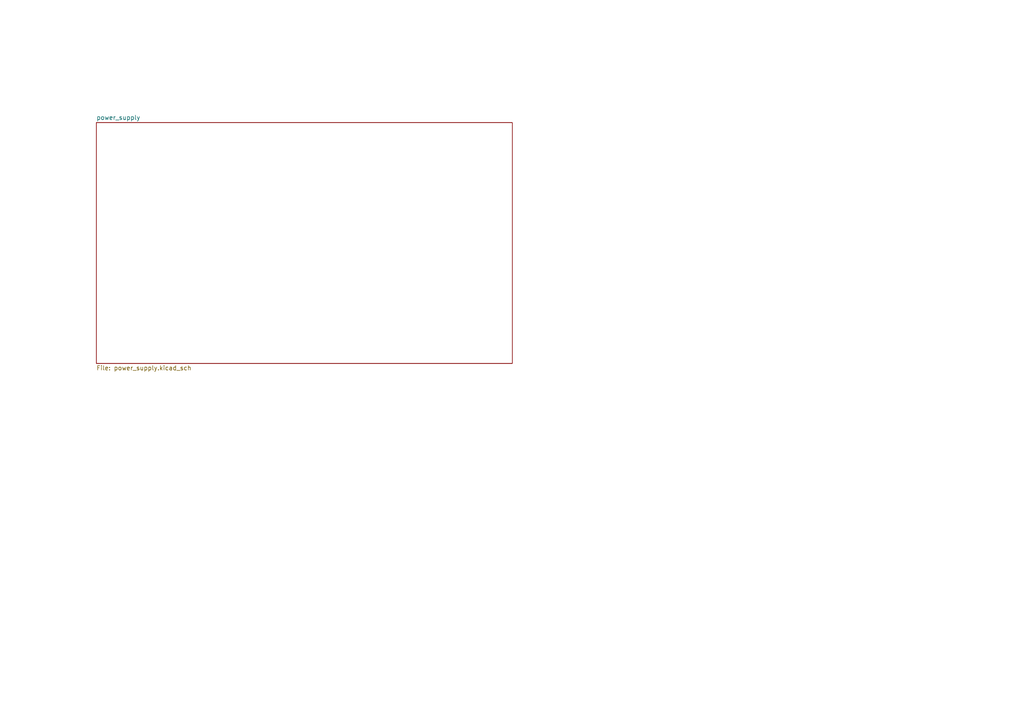
<source format=kicad_sch>
(kicad_sch
	(version 20231120)
	(generator "eeschema")
	(generator_version "8.0")
	(uuid "7d3409e6-eaf2-49a4-ae91-f8650931d982")
	(paper "A4")
	(lib_symbols)
	(sheet
		(at 27.94 35.56)
		(size 120.65 69.85)
		(fields_autoplaced yes)
		(stroke
			(width 0.1524)
			(type solid)
		)
		(fill
			(color 0 0 0 0.0000)
		)
		(uuid "b7ff2bbc-41e2-4b76-bd5d-b95df3cd2002")
		(property "Sheetname" "power_supply"
			(at 27.94 34.8484 0)
			(effects
				(font
					(size 1.27 1.27)
				)
				(justify left bottom)
			)
		)
		(property "Sheetfile" "power_supply.kicad_sch"
			(at 27.94 105.9946 0)
			(effects
				(font
					(size 1.27 1.27)
				)
				(justify left top)
			)
		)
		(instances
			(project "smart-power-monitor"
				(path "/7d3409e6-eaf2-49a4-ae91-f8650931d982"
					(page "2")
				)
			)
		)
	)
	(sheet_instances
		(path "/"
			(page "1")
		)
	)
)

</source>
